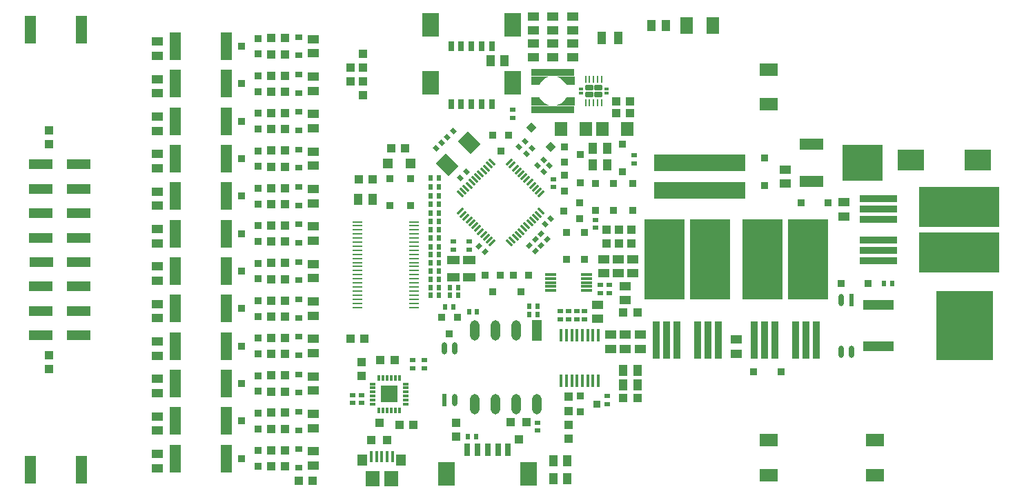
<source format=gtp>
G04 Layer_Color=8421504*
%FSLAX25Y25*%
%MOIN*%
G70*
G01*
G75*
%ADD10R,0.06496X0.07992*%
%ADD11R,0.03937X0.04331*%
%ADD13R,0.11811X0.05512*%
G04:AMPARAMS|DCode=14|XSize=25mil|YSize=19.68mil|CornerRadius=0mil|HoleSize=0mil|Usage=FLASHONLY|Rotation=315.000|XOffset=0mil|YOffset=0mil|HoleType=Round|Shape=Rectangle|*
%AMROTATEDRECTD14*
4,1,4,-0.01580,0.00188,-0.00188,0.01580,0.01580,-0.00188,0.00188,-0.01580,-0.01580,0.00188,0.0*
%
%ADD14ROTATEDRECTD14*%

G04:AMPARAMS|DCode=15|XSize=25mil|YSize=19.68mil|CornerRadius=0mil|HoleSize=0mil|Usage=FLASHONLY|Rotation=45.000|XOffset=0mil|YOffset=0mil|HoleType=Round|Shape=Rectangle|*
%AMROTATEDRECTD15*
4,1,4,-0.00188,-0.01580,-0.01580,-0.00188,0.00188,0.01580,0.01580,0.00188,-0.00188,-0.01580,0.0*
%
%ADD15ROTATEDRECTD15*%

%ADD16R,0.01968X0.02500*%
%ADD17R,0.05512X0.04331*%
%ADD18R,0.02500X0.01968*%
%ADD19R,0.04331X0.03937*%
%ADD20R,0.04331X0.05512*%
%ADD21R,0.06299X0.07087*%
%ADD22R,0.03937X0.03937*%
%ADD23O,0.02402X0.05984*%
%ADD24R,0.02402X0.05984*%
%ADD25R,0.05905X0.04331*%
%ADD26R,0.03347X0.03347*%
%ADD27R,0.14567X0.05118*%
%ADD29R,0.09055X0.05984*%
%ADD30P,0.04733X4X360.0*%
%ADD31R,0.03347X0.03347*%
%ADD32R,0.04724X0.04724*%
%ADD33R,0.03347X0.02559*%
G04:AMPARAMS|DCode=35|XSize=12.6mil|YSize=39.37mil|CornerRadius=0mil|HoleSize=0mil|Usage=FLASHONLY|Rotation=315.000|XOffset=0mil|YOffset=0mil|HoleType=Round|Shape=Rectangle|*
%AMROTATEDRECTD35*
4,1,4,-0.01837,-0.00946,0.00946,0.01837,0.01837,0.00946,-0.00946,-0.01837,-0.01837,-0.00946,0.0*
%
%ADD35ROTATEDRECTD35*%

G04:AMPARAMS|DCode=36|XSize=12.6mil|YSize=39.37mil|CornerRadius=0mil|HoleSize=0mil|Usage=FLASHONLY|Rotation=45.000|XOffset=0mil|YOffset=0mil|HoleType=Round|Shape=Rectangle|*
%AMROTATEDRECTD36*
4,1,4,0.00946,-0.01837,-0.01837,0.00946,-0.00946,0.01837,0.01837,-0.00946,0.00946,-0.01837,0.0*
%
%ADD36ROTATEDRECTD36*%

G04:AMPARAMS|DCode=39|XSize=9.06mil|YSize=31.5mil|CornerRadius=1.81mil|HoleSize=0mil|Usage=FLASHONLY|Rotation=180.000|XOffset=0mil|YOffset=0mil|HoleType=Round|Shape=RoundedRectangle|*
%AMROUNDEDRECTD39*
21,1,0.00906,0.02787,0,0,180.0*
21,1,0.00543,0.03150,0,0,180.0*
1,1,0.00362,-0.00272,0.01394*
1,1,0.00362,0.00272,0.01394*
1,1,0.00362,0.00272,-0.01394*
1,1,0.00362,-0.00272,-0.01394*
%
%ADD39ROUNDEDRECTD39*%
%ADD40O,0.04724X0.09842*%
%ADD41R,0.04724X0.09842*%
%ADD42R,0.02953X0.01181*%
%ADD43R,0.01181X0.02953*%
%ADD45R,0.05512X0.01181*%
G04:AMPARAMS|DCode=46|XSize=62.99mil|YSize=13.78mil|CornerRadius=3.44mil|HoleSize=0mil|Usage=FLASHONLY|Rotation=270.000|XOffset=0mil|YOffset=0mil|HoleType=Round|Shape=RoundedRectangle|*
%AMROUNDEDRECTD46*
21,1,0.06299,0.00689,0,0,270.0*
21,1,0.05610,0.01378,0,0,270.0*
1,1,0.00689,-0.00344,-0.02805*
1,1,0.00689,-0.00344,0.02805*
1,1,0.00689,0.00344,0.02805*
1,1,0.00689,0.00344,-0.02805*
%
%ADD46ROUNDEDRECTD46*%
%ADD47R,0.01378X0.06299*%
%ADD48R,0.04528X0.05709*%
%ADD49R,0.01575X0.05512*%
%ADD50R,0.06890X0.07480*%
%ADD51R,0.08268X0.11811*%
%ADD52R,0.03150X0.06299*%
%ADD53R,0.11496X0.05000*%
%ADD54R,0.03150X0.05118*%
%ADD55R,0.20866X0.03740*%
%ADD56R,0.18110X0.03543*%
%ADD58R,0.03543X0.18110*%
%ADD60R,0.03740X0.03543*%
%ADD61R,0.03740X0.03543*%
%ADD62R,0.03543X0.03740*%
%ADD63R,0.03543X0.03740*%
%ADD64R,0.05512X0.13780*%
%ADD65R,0.44094X0.08071*%
%ADD66R,0.12598X0.09842*%
%ADD67R,0.04331X0.05905*%
%ADD68O,0.04921X0.00984*%
%ADD69R,0.04921X0.00984*%
G04:AMPARAMS|DCode=70|XSize=70mil|YSize=85mil|CornerRadius=0mil|HoleSize=0mil|Usage=FLASHONLY|Rotation=225.000|XOffset=0mil|YOffset=0mil|HoleType=Round|Shape=Rectangle|*
%AMROTATEDRECTD70*
4,1,4,-0.00530,0.05480,0.05480,-0.00530,0.00530,-0.05480,-0.05480,0.00530,-0.00530,0.05480,0.0*
%
%ADD70ROTATEDRECTD70*%

G04:AMPARAMS|DCode=101|XSize=41.34mil|YSize=26.77mil|CornerRadius=5.35mil|HoleSize=0mil|Usage=FLASHONLY|Rotation=0.000|XOffset=0mil|YOffset=0mil|HoleType=Round|Shape=RoundedRectangle|*
%AMROUNDEDRECTD101*
21,1,0.04134,0.01606,0,0,0.0*
21,1,0.03063,0.02677,0,0,0.0*
1,1,0.01071,0.01531,-0.00803*
1,1,0.01071,-0.01531,-0.00803*
1,1,0.01071,-0.01531,0.00803*
1,1,0.01071,0.01531,0.00803*
%
%ADD101ROUNDEDRECTD101*%
G04:AMPARAMS|DCode=102|XSize=19.68mil|YSize=10.24mil|CornerRadius=0.51mil|HoleSize=0mil|Usage=FLASHONLY|Rotation=0.000|XOffset=0mil|YOffset=0mil|HoleType=Round|Shape=RoundedRectangle|*
%AMROUNDEDRECTD102*
21,1,0.01968,0.00921,0,0,0.0*
21,1,0.01866,0.01024,0,0,0.0*
1,1,0.00102,0.00933,-0.00461*
1,1,0.00102,-0.00933,-0.00461*
1,1,0.00102,-0.00933,0.00461*
1,1,0.00102,0.00933,0.00461*
%
%ADD102ROUNDEDRECTD102*%
%ADD103R,0.19685X0.17224*%
%ADD104R,0.27559X0.33465*%
%ADD105R,0.07874X0.07874*%
%ADD106R,0.38976X0.19685*%
%ADD107R,0.19685X0.38976*%
G36*
X333268Y69685D02*
X322835D01*
X324410Y69882D01*
X325197Y70079D01*
X325591Y70276D01*
X326772Y70866D01*
X327559Y71457D01*
X328150Y72047D01*
X328740Y72835D01*
X329331Y73819D01*
X333268D01*
Y69685D01*
D02*
G37*
G36*
X316535Y73425D02*
X317126Y72441D01*
X318307Y71260D01*
X319094Y70669D01*
X320276Y70079D01*
X321063Y69882D01*
X322835Y69685D01*
X312402D01*
Y73819D01*
X316339D01*
X316535Y73425D01*
D02*
G37*
G36*
X333268Y79724D02*
X329331D01*
X328740Y80709D01*
X328150Y81496D01*
X327165Y82480D01*
X326575Y82874D01*
X325394Y83465D01*
X324606Y83661D01*
X322835Y83858D01*
X333268D01*
Y79724D01*
D02*
G37*
G36*
X321063Y83661D02*
X319882Y83268D01*
X319488Y83071D01*
X318504Y82480D01*
X317126Y81102D01*
X316732Y80512D01*
X316339Y79724D01*
X312402D01*
Y83858D01*
X322835D01*
X321063Y83661D01*
D02*
G37*
D10*
X387402Y108268D02*
D03*
X400000D02*
D03*
D11*
X225197Y87992D02*
D03*
Y81299D02*
D03*
X231102D02*
D03*
Y74606D02*
D03*
Y87992D02*
D03*
Y94685D02*
D03*
X230315Y-54134D02*
D03*
Y-60827D02*
D03*
X275984Y-90354D02*
D03*
Y-83661D02*
D03*
X348819Y9646D02*
D03*
Y2953D02*
D03*
X354724Y9646D02*
D03*
Y2953D02*
D03*
X360630Y9646D02*
D03*
Y2953D02*
D03*
X330315Y-77756D02*
D03*
Y-71063D02*
D03*
Y-84449D02*
D03*
Y-91142D02*
D03*
X79528Y-50984D02*
D03*
Y-57677D02*
D03*
Y50984D02*
D03*
Y57677D02*
D03*
D13*
X447638Y33071D02*
D03*
Y51181D02*
D03*
D14*
X280920Y37612D02*
D03*
X278136Y34828D02*
D03*
X319080Y12388D02*
D03*
X321864Y15171D02*
D03*
X309266Y52573D02*
D03*
X306482Y49789D02*
D03*
X269109Y51786D02*
D03*
X266325Y49002D02*
D03*
X271836Y54514D02*
D03*
X274620Y57297D02*
D03*
X315565Y40706D02*
D03*
X318349Y43490D02*
D03*
X318349Y37922D02*
D03*
X321133Y40706D02*
D03*
X309997Y46274D02*
D03*
X312781Y49058D02*
D03*
D15*
X287191Y1786D02*
D03*
X289975Y-998D02*
D03*
X314356Y4935D02*
D03*
X317140Y2151D02*
D03*
X311572Y2151D02*
D03*
X314356Y-632D02*
D03*
X317140Y7719D02*
D03*
X319924Y4935D02*
D03*
D16*
X263779Y22047D02*
D03*
X267717D02*
D03*
X311417Y-31102D02*
D03*
X315354D02*
D03*
X311417Y-27165D02*
D03*
X315354D02*
D03*
X281890Y-90158D02*
D03*
X285827D02*
D03*
X263779Y30315D02*
D03*
X267717D02*
D03*
Y-10236D02*
D03*
X263779D02*
D03*
X267717Y-14173D02*
D03*
X263779D02*
D03*
X277165Y-22047D02*
D03*
X273228D02*
D03*
X277165Y-18110D02*
D03*
X273228D02*
D03*
X267717Y25984D02*
D03*
X263779D02*
D03*
X267717Y34646D02*
D03*
X263779D02*
D03*
X482677Y-16142D02*
D03*
X486614D02*
D03*
X270866Y-27559D02*
D03*
X274803D02*
D03*
X267717Y-22047D02*
D03*
X263779D02*
D03*
X267717Y-18110D02*
D03*
X263779D02*
D03*
Y-6299D02*
D03*
X267717D02*
D03*
X263779Y-2362D02*
D03*
X267717D02*
D03*
X263779Y1575D02*
D03*
X267717D02*
D03*
X263779Y5906D02*
D03*
X267717D02*
D03*
X263779Y9843D02*
D03*
X267717D02*
D03*
X263779Y17717D02*
D03*
X267717D02*
D03*
X263779Y13780D02*
D03*
X267717D02*
D03*
X286221Y-29921D02*
D03*
X282283D02*
D03*
D17*
X350787Y-41043D02*
D03*
Y-47933D02*
D03*
X354331Y-4429D02*
D03*
Y-11319D02*
D03*
X361417Y-4429D02*
D03*
Y-11319D02*
D03*
X347244Y-4429D02*
D03*
Y-11319D02*
D03*
X344488Y-33366D02*
D03*
Y-26476D02*
D03*
X207087Y-97342D02*
D03*
Y-104232D02*
D03*
Y-79232D02*
D03*
Y-86122D02*
D03*
Y-61122D02*
D03*
Y-68012D02*
D03*
Y-43012D02*
D03*
Y-49902D02*
D03*
Y-24902D02*
D03*
Y-31791D02*
D03*
Y-6791D02*
D03*
Y-13681D02*
D03*
Y11319D02*
D03*
Y4429D02*
D03*
Y29429D02*
D03*
Y22539D02*
D03*
Y47539D02*
D03*
Y40650D02*
D03*
Y65650D02*
D03*
Y58760D02*
D03*
Y83760D02*
D03*
Y76870D02*
D03*
Y101870D02*
D03*
Y94980D02*
D03*
X357874Y-24311D02*
D03*
Y-17421D02*
D03*
X332283Y106004D02*
D03*
Y112894D02*
D03*
X322835Y106004D02*
D03*
Y112894D02*
D03*
X313386Y106004D02*
D03*
Y112894D02*
D03*
X364961Y-41043D02*
D03*
Y-47933D02*
D03*
X463386Y23130D02*
D03*
Y16240D02*
D03*
X411417Y-50295D02*
D03*
Y-43406D02*
D03*
X435039Y38878D02*
D03*
Y31988D02*
D03*
X357874Y-41043D02*
D03*
Y-47933D02*
D03*
X131890Y-98524D02*
D03*
Y-105413D02*
D03*
Y-80413D02*
D03*
Y-87303D02*
D03*
Y-62303D02*
D03*
Y-69193D02*
D03*
Y-44193D02*
D03*
Y-51083D02*
D03*
Y-26083D02*
D03*
Y-32972D02*
D03*
Y-7972D02*
D03*
Y-14862D02*
D03*
Y10138D02*
D03*
Y3248D02*
D03*
Y28248D02*
D03*
Y21358D02*
D03*
Y46358D02*
D03*
Y39469D02*
D03*
Y64468D02*
D03*
Y57579D02*
D03*
Y82579D02*
D03*
Y75689D02*
D03*
Y100689D02*
D03*
Y93799D02*
D03*
X313386Y93012D02*
D03*
Y99902D02*
D03*
X332283Y93012D02*
D03*
Y99902D02*
D03*
X322835Y93012D02*
D03*
Y99902D02*
D03*
D18*
X315354Y-87402D02*
D03*
Y-83465D02*
D03*
X225984Y-74016D02*
D03*
Y-70079D02*
D03*
X345669Y-16929D02*
D03*
Y-20866D02*
D03*
X350000Y-16929D02*
D03*
Y-20866D02*
D03*
X255118Y-53150D02*
D03*
Y-57087D02*
D03*
X260630Y-53150D02*
D03*
Y-57087D02*
D03*
X282283Y0D02*
D03*
Y3937D02*
D03*
X343307Y10630D02*
D03*
Y14567D02*
D03*
X338189Y-29528D02*
D03*
Y-33465D02*
D03*
X334252Y-29528D02*
D03*
Y-33465D02*
D03*
X330315Y-29528D02*
D03*
Y-33465D02*
D03*
X326378Y-29528D02*
D03*
Y-33465D02*
D03*
X362205Y45669D02*
D03*
Y41732D02*
D03*
X323228Y34252D02*
D03*
Y30315D02*
D03*
X230315Y-70079D02*
D03*
Y-74016D02*
D03*
X274803Y0D02*
D03*
Y3937D02*
D03*
X303543Y63779D02*
D03*
Y67716D02*
D03*
X349213Y-70472D02*
D03*
Y-74409D02*
D03*
D19*
X246260Y-53150D02*
D03*
X239567D02*
D03*
X255315Y-84646D02*
D03*
X248622D02*
D03*
X360039Y66142D02*
D03*
X353346D02*
D03*
X251378Y49213D02*
D03*
X244685D02*
D03*
X231693Y-42913D02*
D03*
X225000D02*
D03*
X363583Y-30315D02*
D03*
X356890D02*
D03*
X363583Y-71653D02*
D03*
X356890D02*
D03*
X193504Y-96850D02*
D03*
X186811D02*
D03*
X193504Y-78740D02*
D03*
X186811D02*
D03*
X193504Y-60630D02*
D03*
X186811D02*
D03*
X193504Y-42520D02*
D03*
X186811D02*
D03*
X193504Y-24409D02*
D03*
X186811D02*
D03*
X193504Y-6299D02*
D03*
X186811D02*
D03*
X193504Y11811D02*
D03*
X186811D02*
D03*
X193504Y29921D02*
D03*
X186811D02*
D03*
X193504Y48031D02*
D03*
X186811D02*
D03*
X193504Y66142D02*
D03*
X186811D02*
D03*
X193504Y84252D02*
D03*
X186811D02*
D03*
X193504Y102362D02*
D03*
X186811D02*
D03*
X193504Y-104724D02*
D03*
X186811D02*
D03*
X193504Y-86614D02*
D03*
X186811D02*
D03*
X193504Y-68504D02*
D03*
X186811D02*
D03*
X193504Y-50394D02*
D03*
X186811D02*
D03*
X193504Y-32283D02*
D03*
X186811D02*
D03*
X193504Y-14173D02*
D03*
X186811D02*
D03*
X193504Y3937D02*
D03*
X186811D02*
D03*
X193504Y22047D02*
D03*
X186811D02*
D03*
X193504Y40157D02*
D03*
X186811D02*
D03*
X193504Y58268D02*
D03*
X186811D02*
D03*
X193504Y76378D02*
D03*
X186811D02*
D03*
X193504Y94488D02*
D03*
X186811D02*
D03*
X353346Y71653D02*
D03*
X360039D02*
D03*
X200197Y-111417D02*
D03*
X206890D02*
D03*
X228937Y34252D02*
D03*
X235630D02*
D03*
D20*
X322933Y-110630D02*
D03*
X329823D02*
D03*
X356791Y-65354D02*
D03*
X363681D02*
D03*
X228839Y24409D02*
D03*
X235728D02*
D03*
X292618Y91339D02*
D03*
X299508D02*
D03*
X322933Y-101969D02*
D03*
X329823D02*
D03*
X363681Y-58268D02*
D03*
X356791D02*
D03*
X349114Y40945D02*
D03*
X342224D02*
D03*
Y49213D02*
D03*
X349114D02*
D03*
X377461Y108268D02*
D03*
X370571D02*
D03*
D21*
X338583Y58268D02*
D03*
X326772D02*
D03*
X346850D02*
D03*
X358661D02*
D03*
D22*
X306299Y-91535D02*
D03*
X302559Y-83268D02*
D03*
X310039D02*
D03*
X238976Y-83661D02*
D03*
X242717Y-91929D02*
D03*
X235236D02*
D03*
D23*
X462067Y-49114D02*
D03*
X467067D02*
D03*
X462067Y-24114D02*
D03*
X275335Y-47736D02*
D03*
X270335D02*
D03*
X275335Y-72736D02*
D03*
D24*
X467067Y-24114D02*
D03*
X270335Y-72736D02*
D03*
D25*
X282283Y-13189D02*
D03*
Y-4921D02*
D03*
X274803Y-13189D02*
D03*
Y-4921D02*
D03*
D26*
X461909Y-16142D02*
D03*
X475098D02*
D03*
X442618Y22835D02*
D03*
X455807D02*
D03*
X432972Y-59055D02*
D03*
X419783D02*
D03*
D27*
X479921Y-26614D02*
D03*
Y-46614D02*
D03*
D29*
X478346Y-108819D02*
D03*
Y-91969D02*
D03*
X427165Y-108819D02*
D03*
Y-91969D02*
D03*
Y70315D02*
D03*
Y87165D02*
D03*
D30*
X312266Y58994D02*
D03*
X321592Y49668D02*
D03*
D31*
X425197Y44390D02*
D03*
Y31201D02*
D03*
X343307Y32185D02*
D03*
Y18996D02*
D03*
X356299Y37894D02*
D03*
Y51083D02*
D03*
X338189Y-4626D02*
D03*
Y8563D02*
D03*
X361417Y18996D02*
D03*
Y32185D02*
D03*
X329528Y-4626D02*
D03*
Y8563D02*
D03*
X351969Y32185D02*
D03*
Y18996D02*
D03*
X253937Y21358D02*
D03*
Y34547D02*
D03*
X244094Y21358D02*
D03*
Y34547D02*
D03*
D32*
X242913Y41732D02*
D03*
X253937D02*
D03*
D33*
X200000Y-96358D02*
D03*
Y-105217D02*
D03*
Y-78248D02*
D03*
Y-87106D02*
D03*
Y-60138D02*
D03*
Y-68996D02*
D03*
Y-42028D02*
D03*
Y-50886D02*
D03*
Y-23917D02*
D03*
Y-32776D02*
D03*
Y-5807D02*
D03*
Y-14665D02*
D03*
Y12303D02*
D03*
Y3445D02*
D03*
Y30413D02*
D03*
Y21555D02*
D03*
Y48524D02*
D03*
Y39665D02*
D03*
Y66634D02*
D03*
Y57776D02*
D03*
Y84744D02*
D03*
Y75886D02*
D03*
Y102854D02*
D03*
Y93996D02*
D03*
D35*
X301841Y42350D02*
D03*
X303233Y40958D02*
D03*
X304625Y39566D02*
D03*
X306017Y38174D02*
D03*
X307409Y36782D02*
D03*
X308801Y35390D02*
D03*
X310193Y33998D02*
D03*
X311585Y32606D02*
D03*
X312977Y31214D02*
D03*
X314369Y29822D02*
D03*
X315761Y28430D02*
D03*
X317153Y27038D02*
D03*
X293434Y3320D02*
D03*
X292042Y4712D02*
D03*
X290650Y6103D02*
D03*
X289258Y7495D02*
D03*
X287866Y8887D02*
D03*
X286474Y10279D02*
D03*
X285083Y11671D02*
D03*
X283691Y13063D02*
D03*
X282299Y14455D02*
D03*
X280907Y15847D02*
D03*
X279515Y17239D02*
D03*
X278123Y18631D02*
D03*
D36*
X317153D02*
D03*
X315761Y17239D02*
D03*
X314369Y15847D02*
D03*
X312977Y14455D02*
D03*
X311585Y13063D02*
D03*
X310193Y11671D02*
D03*
X308801Y10279D02*
D03*
X307409Y8887D02*
D03*
X306017Y7495D02*
D03*
X304625Y6103D02*
D03*
X303233Y4712D02*
D03*
X301841Y3320D02*
D03*
X278123Y27038D02*
D03*
X279515Y28430D02*
D03*
X280907Y29822D02*
D03*
X282299Y31214D02*
D03*
X283691Y32606D02*
D03*
X285083Y33998D02*
D03*
X286474Y35390D02*
D03*
X287866Y36782D02*
D03*
X289258Y38174D02*
D03*
X290650Y39566D02*
D03*
X292042Y40958D02*
D03*
X293434Y42350D02*
D03*
D39*
X342520Y70965D02*
D03*
X338583D02*
D03*
X340551D02*
D03*
X344488D02*
D03*
X346457D02*
D03*
X338583Y82579D02*
D03*
X340551D02*
D03*
X344488D02*
D03*
X346457D02*
D03*
X342520D02*
D03*
D40*
X285197Y-74409D02*
D03*
X295197D02*
D03*
X305197D02*
D03*
X315197D02*
D03*
X285197Y-38976D02*
D03*
X295197D02*
D03*
X305197D02*
D03*
D41*
X315197D02*
D03*
D42*
X235827Y-68701D02*
D03*
Y-66732D02*
D03*
Y-64764D02*
D03*
Y-74606D02*
D03*
Y-72638D02*
D03*
Y-70669D02*
D03*
X251575Y-68701D02*
D03*
Y-66732D02*
D03*
Y-64764D02*
D03*
Y-74606D02*
D03*
Y-72638D02*
D03*
Y-70669D02*
D03*
D43*
X244685Y-77559D02*
D03*
X246654D02*
D03*
X248622D02*
D03*
X238779D02*
D03*
X240748D02*
D03*
X242717D02*
D03*
Y-61811D02*
D03*
X240748D02*
D03*
X238779D02*
D03*
X248622D02*
D03*
X246654D02*
D03*
X244685D02*
D03*
D45*
X338976Y-15748D02*
D03*
Y-17717D02*
D03*
Y-19685D02*
D03*
Y-13780D02*
D03*
Y-11811D02*
D03*
X321654Y-19685D02*
D03*
Y-17717D02*
D03*
Y-11811D02*
D03*
Y-13780D02*
D03*
Y-15748D02*
D03*
D46*
X344783Y-41339D02*
D03*
D47*
X342224D02*
D03*
X339665D02*
D03*
X337106D02*
D03*
X334547D02*
D03*
X331988D02*
D03*
X329429D02*
D03*
X326870D02*
D03*
X344783Y-63386D02*
D03*
X342224D02*
D03*
X339665D02*
D03*
X337106D02*
D03*
X334547D02*
D03*
X331988D02*
D03*
X329429D02*
D03*
X326870D02*
D03*
D48*
X249410Y-101654D02*
D03*
X230906D02*
D03*
D49*
X245276Y-100000D02*
D03*
X242717D02*
D03*
X235039D02*
D03*
X237598D02*
D03*
X240158D02*
D03*
D50*
X235728Y-110433D02*
D03*
X244587D02*
D03*
D51*
X311221Y-108268D02*
D03*
X271457D02*
D03*
X263583Y80708D02*
D03*
X303346D02*
D03*
X263583Y108661D02*
D03*
X303346D02*
D03*
D52*
X301181Y-96653D02*
D03*
X281496D02*
D03*
X291339D02*
D03*
X286417D02*
D03*
X296260D02*
D03*
D53*
X75551Y-41339D02*
D03*
Y-29528D02*
D03*
Y-17717D02*
D03*
X75590Y-5906D02*
D03*
X75551Y5906D02*
D03*
Y17717D02*
D03*
Y29528D02*
D03*
Y41339D02*
D03*
X93740Y17717D02*
D03*
Y5906D02*
D03*
Y-29528D02*
D03*
Y-41339D02*
D03*
Y-17717D02*
D03*
Y-5906D02*
D03*
Y29528D02*
D03*
Y41339D02*
D03*
D54*
X273622Y70472D02*
D03*
X293307D02*
D03*
X283465D02*
D03*
X288386D02*
D03*
X278543D02*
D03*
X273622Y98425D02*
D03*
X293307D02*
D03*
X283465D02*
D03*
X288386D02*
D03*
X278543D02*
D03*
D55*
X322835Y85728D02*
D03*
Y67815D02*
D03*
D56*
X480020Y24843D02*
D03*
Y19831D02*
D03*
Y14842D02*
D03*
Y4843D02*
D03*
Y-158D02*
D03*
Y-5158D02*
D03*
D58*
X420039Y-43602D02*
D03*
X425051D02*
D03*
X430039D02*
D03*
X440039D02*
D03*
X445039D02*
D03*
X450039D02*
D03*
X372795D02*
D03*
X377807D02*
D03*
X382795D02*
D03*
X392795D02*
D03*
X397795D02*
D03*
X402795D02*
D03*
D60*
X172441Y-100787D02*
D03*
X180315Y-104528D02*
D03*
X172441Y-82677D02*
D03*
X180315Y-86417D02*
D03*
X172441Y-64567D02*
D03*
X180315Y-68307D02*
D03*
X172441Y-46457D02*
D03*
X180315Y-50197D02*
D03*
X172441Y-28346D02*
D03*
X180315Y-32087D02*
D03*
X172441Y-10236D02*
D03*
X180315Y-13976D02*
D03*
X172441Y7874D02*
D03*
X180315Y4134D02*
D03*
X172441Y25984D02*
D03*
X180315Y22244D02*
D03*
X172441Y44094D02*
D03*
X180315Y40354D02*
D03*
X172441Y62205D02*
D03*
X180315Y58465D02*
D03*
X172441Y80315D02*
D03*
X180315Y76575D02*
D03*
X172441Y98425D02*
D03*
X180315Y94685D02*
D03*
X336221Y46063D02*
D03*
X328346Y49803D02*
D03*
X336221Y32283D02*
D03*
X328346Y36024D02*
D03*
X327953Y18898D02*
D03*
X335827Y15157D02*
D03*
X344094Y-74410D02*
D03*
X336221Y-70669D02*
D03*
D61*
X180315Y-97047D02*
D03*
Y-78937D02*
D03*
Y-60827D02*
D03*
Y-42717D02*
D03*
Y-24606D02*
D03*
Y-6496D02*
D03*
Y11614D02*
D03*
Y29724D02*
D03*
Y47835D02*
D03*
Y65945D02*
D03*
Y84055D02*
D03*
Y102165D02*
D03*
X328346Y42323D02*
D03*
Y28543D02*
D03*
X335827Y22638D02*
D03*
X336221Y-78150D02*
D03*
D62*
X297638Y47638D02*
D03*
X301378Y55512D02*
D03*
X272835Y-40551D02*
D03*
X276575Y-32677D02*
D03*
X293701Y-20079D02*
D03*
X297441Y-12205D02*
D03*
X307480Y-20079D02*
D03*
X311221Y-12205D02*
D03*
D63*
X293898Y55512D02*
D03*
X269094Y-32677D02*
D03*
X289961Y-12205D02*
D03*
X303740D02*
D03*
D64*
X70276Y-106299D02*
D03*
X95079D02*
D03*
X70276Y106299D02*
D03*
X95079D02*
D03*
X140354Y-100787D02*
D03*
X165157D02*
D03*
X140354Y-82677D02*
D03*
X165157D02*
D03*
X140354Y-64567D02*
D03*
X165157D02*
D03*
X140354Y-46457D02*
D03*
X165157D02*
D03*
X140354Y-28346D02*
D03*
X165157D02*
D03*
X140354Y-10236D02*
D03*
X165157D02*
D03*
X140354Y7874D02*
D03*
X165157D02*
D03*
X140354Y25984D02*
D03*
X165157D02*
D03*
X140354Y44094D02*
D03*
X165157D02*
D03*
X140354Y62205D02*
D03*
X165157D02*
D03*
X140354Y80315D02*
D03*
X165157D02*
D03*
X140354Y98425D02*
D03*
X165157D02*
D03*
D65*
X393701Y42127D02*
D03*
X393701Y28740D02*
D03*
D66*
X495669Y43307D02*
D03*
X527953D02*
D03*
D67*
X354528Y102362D02*
D03*
X346260D02*
D03*
D68*
X228445Y13583D02*
D03*
D69*
Y11614D02*
D03*
Y9646D02*
D03*
Y7677D02*
D03*
Y5709D02*
D03*
Y3740D02*
D03*
Y1772D02*
D03*
Y-197D02*
D03*
Y-2165D02*
D03*
Y-4134D02*
D03*
Y-6102D02*
D03*
Y-8071D02*
D03*
Y-10039D02*
D03*
Y-12008D02*
D03*
Y-13976D02*
D03*
Y-15945D02*
D03*
Y-17913D02*
D03*
Y-19882D02*
D03*
Y-21850D02*
D03*
Y-23819D02*
D03*
Y-25787D02*
D03*
Y-27756D02*
D03*
X255807Y13583D02*
D03*
Y11614D02*
D03*
Y9646D02*
D03*
Y7677D02*
D03*
Y5709D02*
D03*
Y3740D02*
D03*
Y1772D02*
D03*
Y-197D02*
D03*
Y-2165D02*
D03*
Y-4134D02*
D03*
Y-6102D02*
D03*
Y-8071D02*
D03*
Y-10039D02*
D03*
Y-12008D02*
D03*
Y-13976D02*
D03*
Y-15945D02*
D03*
Y-17913D02*
D03*
Y-19882D02*
D03*
Y-21850D02*
D03*
Y-23819D02*
D03*
Y-25787D02*
D03*
Y-27756D02*
D03*
D70*
X282454Y51746D02*
D03*
X271876Y41168D02*
D03*
D101*
X340256Y78347D02*
D03*
X344783D02*
D03*
Y75197D02*
D03*
X340256D02*
D03*
D102*
X336417Y77756D02*
D03*
Y75787D02*
D03*
X348622D02*
D03*
Y77756D02*
D03*
D103*
X472441Y42175D02*
D03*
D104*
X521654Y-36614D02*
D03*
D105*
X243701Y-69685D02*
D03*
D106*
X519095Y20866D02*
D03*
X519095Y-1181D02*
D03*
D107*
X424016Y-4528D02*
D03*
X446063Y-4528D02*
D03*
X376772Y-4528D02*
D03*
X398819Y-4528D02*
D03*
M02*

</source>
